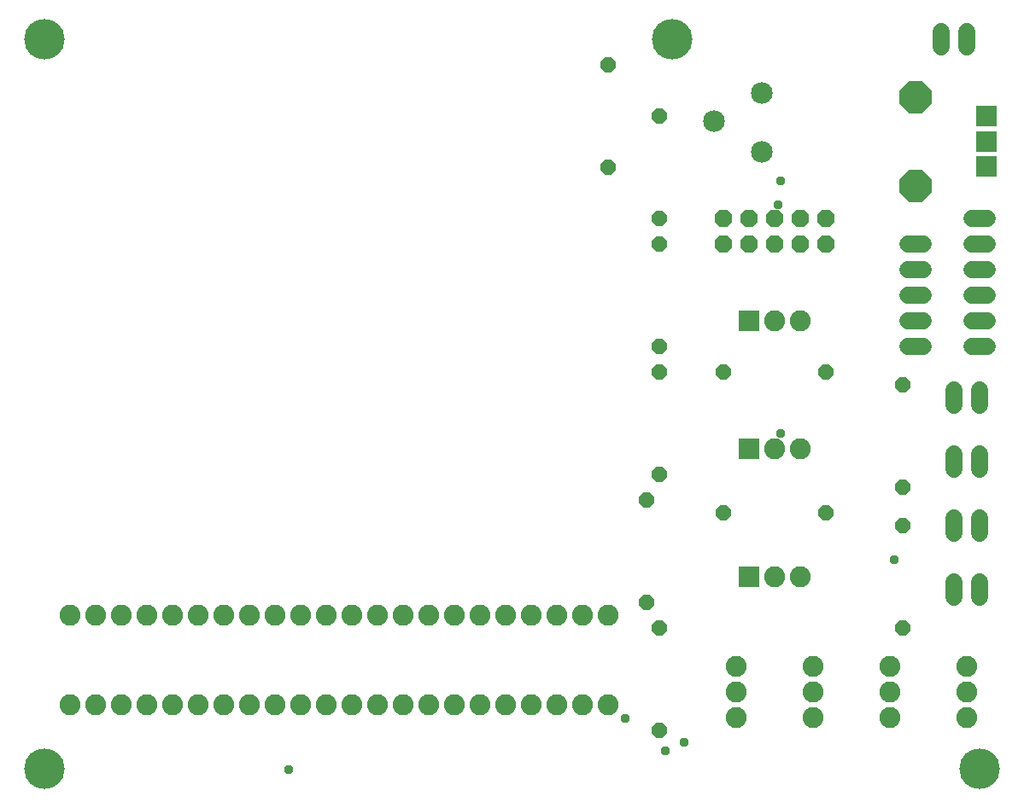
<source format=gbr>
G04 EAGLE Gerber RS-274X export*
G75*
%MOMM*%
%FSLAX34Y34*%
%LPD*%
%INSoldermask Top*%
%IPPOS*%
%AMOC8*
5,1,8,0,0,1.08239X$1,22.5*%
G01*
%ADD10C,4.013200*%
%ADD11C,1.727200*%
%ADD12C,2.082800*%
%ADD13P,1.869504X8X202.500000*%
%ADD14R,2.082800X2.082800*%
%ADD15P,3.467112X8X22.500000*%
%ADD16C,2.153200*%
%ADD17P,1.649562X8X112.500000*%
%ADD18P,1.649562X8X202.500000*%
%ADD19P,1.649562X8X292.500000*%
%ADD20P,1.649562X8X22.500000*%
%ADD21C,0.959600*%


D10*
X38100Y38100D03*
X965200Y38100D03*
X38100Y762000D03*
X660400Y762000D03*
D11*
X939800Y223520D02*
X939800Y208280D01*
X965200Y208280D02*
X965200Y223520D01*
X939800Y271780D02*
X939800Y287020D01*
X965200Y287020D02*
X965200Y271780D01*
X939800Y335280D02*
X939800Y350520D01*
X965200Y350520D02*
X965200Y335280D01*
X939800Y398780D02*
X939800Y414020D01*
X965200Y414020D02*
X965200Y398780D01*
D12*
X63500Y101600D03*
X88900Y101600D03*
X114300Y101600D03*
X139700Y101600D03*
X165100Y101600D03*
X190500Y101600D03*
X215900Y101600D03*
X241300Y101600D03*
X266700Y101600D03*
X292100Y101600D03*
X317500Y101600D03*
X342900Y101600D03*
X368300Y101600D03*
X393700Y101600D03*
X419100Y101600D03*
X444500Y101600D03*
X469900Y101600D03*
X495300Y101600D03*
X520700Y101600D03*
X546100Y101600D03*
X571500Y101600D03*
X596900Y101600D03*
X952500Y88900D03*
X952500Y114300D03*
X952500Y139700D03*
X876300Y88900D03*
X876300Y114300D03*
X876300Y139700D03*
X800100Y88900D03*
X800100Y114300D03*
X800100Y139700D03*
X723900Y88900D03*
X723900Y114300D03*
X723900Y139700D03*
X63500Y190500D03*
X88900Y190500D03*
X114300Y190500D03*
X139700Y190500D03*
X165100Y190500D03*
X190500Y190500D03*
X215900Y190500D03*
X241300Y190500D03*
X266700Y190500D03*
X292100Y190500D03*
X317500Y190500D03*
X342900Y190500D03*
X368300Y190500D03*
X393700Y190500D03*
X419100Y190500D03*
X444500Y190500D03*
X469900Y190500D03*
X495300Y190500D03*
X520700Y190500D03*
X546100Y190500D03*
X571500Y190500D03*
X596900Y190500D03*
D11*
X957580Y457200D02*
X972820Y457200D01*
X972820Y482600D02*
X957580Y482600D01*
X957580Y508000D02*
X972820Y508000D01*
X972820Y533400D02*
X957580Y533400D01*
X957580Y558800D02*
X972820Y558800D01*
X972820Y584200D02*
X957580Y584200D01*
X909320Y457200D02*
X894080Y457200D01*
X894080Y482600D02*
X909320Y482600D01*
X909320Y508000D02*
X894080Y508000D01*
X894080Y533400D02*
X909320Y533400D01*
X909320Y558800D02*
X894080Y558800D01*
D13*
X812800Y584200D03*
X812800Y558800D03*
X787400Y584200D03*
X787400Y558800D03*
X762000Y584200D03*
X762000Y558800D03*
X736600Y584200D03*
X736600Y558800D03*
X711200Y584200D03*
X711200Y558800D03*
D14*
X971700Y635400D03*
X971700Y660400D03*
X971700Y685400D03*
D15*
X901700Y616400D03*
X901700Y704400D03*
D11*
X952500Y754380D02*
X952500Y769620D01*
X927100Y769620D02*
X927100Y754380D01*
D14*
X736600Y228600D03*
D12*
X762000Y228600D03*
X787400Y228600D03*
D14*
X736600Y482600D03*
D12*
X762000Y482600D03*
X787400Y482600D03*
D14*
X736600Y355600D03*
D12*
X762000Y355600D03*
X787400Y355600D03*
D16*
X749300Y650400D03*
X749300Y708400D03*
X701300Y680400D03*
D17*
X647700Y76200D03*
X647700Y177800D03*
X635000Y203200D03*
X635000Y304800D03*
X647700Y330200D03*
X647700Y431800D03*
D18*
X812800Y431800D03*
X711200Y431800D03*
D17*
X647700Y457200D03*
X647700Y558800D03*
X889000Y177800D03*
X889000Y279400D03*
X647700Y584200D03*
X647700Y685800D03*
X889000Y317500D03*
X889000Y419100D03*
D19*
X596900Y736600D03*
X596900Y635000D03*
D20*
X711200Y292100D03*
X812800Y292100D03*
D21*
X768096Y370713D03*
X653415Y56007D03*
X613410Y88011D03*
X768096Y621411D03*
X280035Y37338D03*
X672084Y64008D03*
X880110Y245364D03*
X765429Y597408D03*
M02*

</source>
